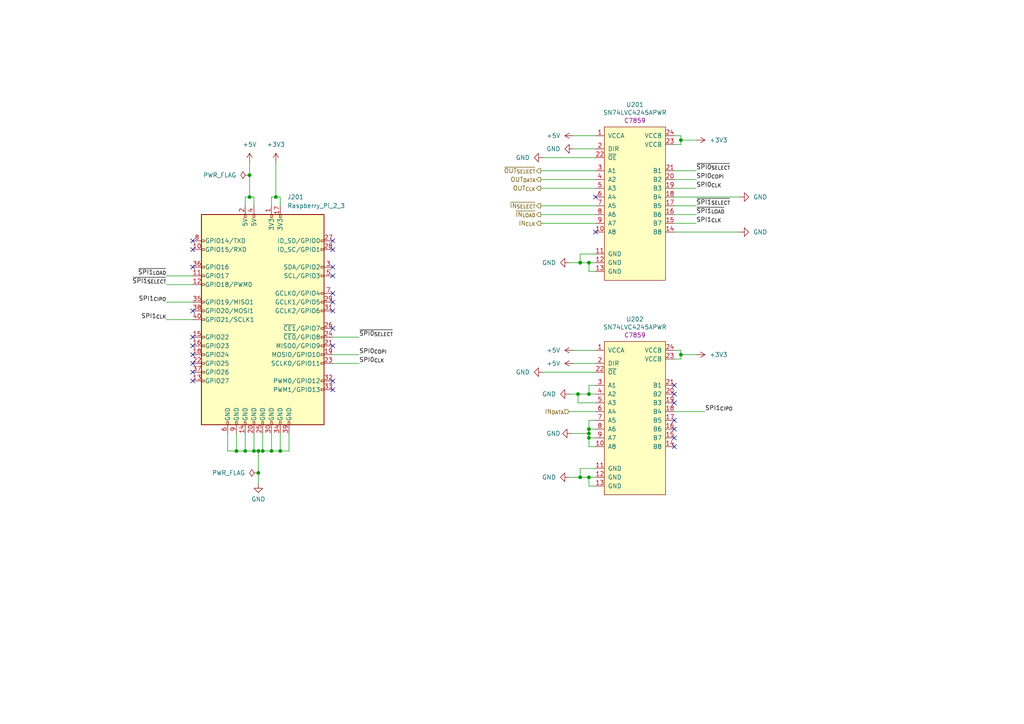
<source format=kicad_sch>
(kicad_sch (version 20211123) (generator eeschema)
  (paper "A4")
  (lib_symbols
    (symbol "Connector:Raspberry_Pi_2_3" (pin_names (offset 1.016))
      (property "Reference" "J" (at -17.78 31.75 0))
      (property "Value" "Raspberry_Pi_2_3" (at 10.16 -31.75 0))
      (symbol "Raspberry_Pi_2_3_0_1"
        (rectangle (start -17.78 30.48) (end 17.78 -30.48) (stroke (width 0.254)) (fill (type background)))
      )
      (symbol "Raspberry_Pi_2_3_1_1"
        (rectangle (start -16.891 -17.526) (end -17.78 -18.034))
        (rectangle (start -16.891 -14.986) (end -17.78 -15.494))
        (rectangle (start -16.891 -12.446) (end -17.78 -12.954))
        (rectangle (start -16.891 -9.906) (end -17.78 -10.414))
        (rectangle (start -16.891 -7.366) (end -17.78 -7.874))
        (rectangle (start -16.891 -4.826) (end -17.78 -5.334))
        (rectangle (start -16.891 0.254) (end -17.78 -0.254))
        (rectangle (start -16.891 2.794) (end -17.78 2.286))
        (rectangle (start -16.891 5.334) (end -17.78 4.826))
        (rectangle (start -16.891 10.414) (end -17.78 9.906))
        (rectangle (start -16.891 12.954) (end -17.78 12.446))
        (rectangle (start -16.891 15.494) (end -17.78 14.986))
        (rectangle (start -16.891 20.574) (end -17.78 20.066))
        (rectangle (start -16.891 23.114) (end -17.78 22.606))
        (rectangle (start -10.414 -29.591) (end -9.906 -30.48))
        (rectangle (start -7.874 -29.591) (end -7.366 -30.48))
        (rectangle (start -5.334 -29.591) (end -4.826 -30.48))
        (rectangle (start -5.334 30.48) (end -4.826 29.591))
        (rectangle (start -2.794 -29.591) (end -2.286 -30.48))
        (rectangle (start -2.794 30.48) (end -2.286 29.591))
        (rectangle (start -0.254 -29.591) (end 0.254 -30.48))
        (rectangle (start 2.286 -29.591) (end 2.794 -30.48))
        (rectangle (start 2.286 30.48) (end 2.794 29.591))
        (rectangle (start 4.826 -29.591) (end 5.334 -30.48))
        (rectangle (start 4.826 30.48) (end 5.334 29.591))
        (rectangle (start 7.366 -29.591) (end 7.874 -30.48))
        (rectangle (start 17.78 -20.066) (end 16.891 -20.574))
        (rectangle (start 17.78 -17.526) (end 16.891 -18.034))
        (rectangle (start 17.78 -12.446) (end 16.891 -12.954))
        (rectangle (start 17.78 -9.906) (end 16.891 -10.414))
        (rectangle (start 17.78 -7.366) (end 16.891 -7.874))
        (rectangle (start 17.78 -4.826) (end 16.891 -5.334))
        (rectangle (start 17.78 -2.286) (end 16.891 -2.794))
        (rectangle (start 17.78 2.794) (end 16.891 2.286))
        (rectangle (start 17.78 5.334) (end 16.891 4.826))
        (rectangle (start 17.78 7.874) (end 16.891 7.366))
        (rectangle (start 17.78 12.954) (end 16.891 12.446))
        (rectangle (start 17.78 15.494) (end 16.891 14.986))
        (rectangle (start 17.78 20.574) (end 16.891 20.066))
        (rectangle (start 17.78 23.114) (end 16.891 22.606))
        (pin power_in line (at 2.54 33.02 270) (length 2.54) (name "3V3") (number "1"))
        (pin bidirectional line (at -20.32 20.32 0) (length 2.54) (name "GPIO15/RXD") (number "10"))
        (pin bidirectional line (at -20.32 12.7 0) (length 2.54) (name "GPIO17") (number "11"))
        (pin bidirectional line (at -20.32 10.16 0) (length 2.54) (name "GPIO18/PWM0") (number "12"))
        (pin bidirectional line (at -20.32 -17.78 0) (length 2.54) (name "GPIO27") (number "13"))
        (pin power_in line (at -5.08 -33.02 90) (length 2.54) (name "GND") (number "14"))
        (pin bidirectional line (at -20.32 -5.08 0) (length 2.54) (name "GPIO22") (number "15"))
        (pin bidirectional line (at -20.32 -7.62 0) (length 2.54) (name "GPIO23") (number "16"))
        (pin power_in line (at 5.08 33.02 270) (length 2.54) (name "3V3") (number "17"))
        (pin bidirectional line (at -20.32 -10.16 0) (length 2.54) (name "GPIO24") (number "18"))
        (pin bidirectional line (at 20.32 -10.16 180) (length 2.54) (name "MOSI0/GPIO10") (number "19"))
        (pin power_in line (at -5.08 33.02 270) (length 2.54) (name "5V") (number "2"))
        (pin power_in line (at -2.54 -33.02 90) (length 2.54) (name "GND") (number "20"))
        (pin bidirectional line (at 20.32 -7.62 180) (length 2.54) (name "MISO0/GPIO9") (number "21"))
        (pin bidirectional line (at -20.32 -12.7 0) (length 2.54) (name "GPIO25") (number "22"))
        (pin bidirectional line (at 20.32 -12.7 180) (length 2.54) (name "SCLK0/GPIO11") (number "23"))
        (pin bidirectional line (at 20.32 -5.08 180) (length 2.54) (name "~{CE0}/GPIO8") (number "24"))
        (pin power_in line (at 0 -33.02 90) (length 2.54) (name "GND") (number "25"))
        (pin bidirectional line (at 20.32 -2.54 180) (length 2.54) (name "~{CE1}/GPIO7") (number "26"))
        (pin bidirectional line (at 20.32 22.86 180) (length 2.54) (name "ID_SD/GPIO0") (number "27"))
        (pin bidirectional line (at 20.32 20.32 180) (length 2.54) (name "ID_SC/GPIO1") (number "28"))
        (pin bidirectional line (at 20.32 5.08 180) (length 2.54) (name "GCLK1/GPIO5") (number "29"))
        (pin bidirectional line (at 20.32 15.24 180) (length 2.54) (name "SDA/GPIO2") (number "3"))
        (pin power_in line (at 2.54 -33.02 90) (length 2.54) (name "GND") (number "30"))
        (pin bidirectional line (at 20.32 2.54 180) (length 2.54) (name "GCLK2/GPIO6") (number "31"))
        (pin bidirectional line (at 20.32 -17.78 180) (length 2.54) (name "PWM0/GPIO12") (number "32"))
        (pin bidirectional line (at 20.32 -20.32 180) (length 2.54) (name "PWM1/GPIO13") (number "33"))
        (pin power_in line (at 5.08 -33.02 90) (length 2.54) (name "GND") (number "34"))
        (pin bidirectional line (at -20.32 5.08 0) (length 2.54) (name "GPIO19/MISO1") (number "35"))
        (pin bidirectional line (at -20.32 15.24 0) (length 2.54) (name "GPIO16") (number "36"))
        (pin bidirectional line (at -20.32 -15.24 0) (length 2.54) (name "GPIO26") (number "37"))
        (pin bidirectional line (at -20.32 2.54 0) (length 2.54) (name "GPIO20/MOSI1") (number "38"))
        (pin power_in line (at 7.62 -33.02 90) (length 2.54) (name "GND") (number "39"))
        (pin power_in line (at -2.54 33.02 270) (length 2.54) (name "5V") (number "4"))
        (pin bidirectional line (at -20.32 0 0) (length 2.54) (name "GPIO21/SCLK1") (number "40"))
        (pin bidirectional line (at 20.32 12.7 180) (length 2.54) (name "SCL/GPIO3") (number "5"))
        (pin power_in line (at -10.16 -33.02 90) (length 2.54) (name "GND") (number "6"))
        (pin bidirectional line (at 20.32 7.62 180) (length 2.54) (name "GCLK0/GPIO4") (number "7"))
        (pin bidirectional line (at -20.32 22.86 0) (length 2.54) (name "GPIO14/TXD") (number "8"))
        (pin power_in line (at -7.62 -33.02 90) (length 2.54) (name "GND") (number "9"))
      )
    )
    (symbol "LevelShifter:SN74LVC4245APWR" (pin_names (offset 1.016))
      (property "Reference" "U" (at 0 24.13 0))
      (property "Value" "SN74LVC4245APWR" (at 0 -24.13 0))
      (property "LCSC" "C7859" (at 0 5.08 0))
      (symbol "SN74LVC4245APWR_0_1"
        (rectangle (start -8.89 21.59) (end 8.89 -22.86) (fill (type background)))
      )
      (symbol "SN74LVC4245APWR_1_1"
        (pin power_in line (at -11.43 19.05 0) (length 2.54) (name "VCCA") (number "1"))
        (pin bidirectional line (at -11.43 -8.89 0) (length 2.54) (name "A8") (number "10"))
        (pin power_in line (at -11.43 -15.24 0) (length 2.54) (name "GND") (number "11"))
        (pin power_in line (at -11.43 -17.78 0) (length 2.54) (name "GND") (number "12"))
        (pin power_in line (at -11.43 -20.32 0) (length 2.54) (name "GND") (number "13"))
        (pin bidirectional line (at 11.43 -8.89 180) (length 2.54) (name "B8") (number "14"))
        (pin bidirectional line (at 11.43 -6.35 180) (length 2.54) (name "B7") (number "15"))
        (pin bidirectional line (at 11.43 -3.81 180) (length 2.54) (name "B6") (number "16"))
        (pin bidirectional line (at 11.43 -1.27 180) (length 2.54) (name "B5") (number "17"))
        (pin bidirectional line (at 11.43 1.27 180) (length 2.54) (name "B4") (number "18"))
        (pin bidirectional line (at 11.43 3.81 180) (length 2.54) (name "B3") (number "19"))
        (pin input line (at -11.43 15.24 0) (length 2.54) (name "DIR") (number "2"))
        (pin bidirectional line (at 11.43 6.35 180) (length 2.54) (name "B2") (number "20"))
        (pin bidirectional line (at 11.43 8.89 180) (length 2.54) (name "B1") (number "21"))
        (pin input line (at -11.43 12.7 0) (length 2.54) (name "~{OE}") (number "22"))
        (pin power_in line (at 11.43 16.51 180) (length 2.54) (name "VCCB") (number "23"))
        (pin power_in line (at 11.43 19.05 180) (length 2.54) (name "VCCB") (number "24"))
        (pin bidirectional line (at -11.43 8.89 0) (length 2.54) (name "A1") (number "3"))
        (pin bidirectional line (at -11.43 6.35 0) (length 2.54) (name "A2") (number "4"))
        (pin bidirectional line (at -11.43 3.81 0) (length 2.54) (name "A3") (number "5"))
        (pin bidirectional line (at -11.43 1.27 0) (length 2.54) (name "A4") (number "6"))
        (pin bidirectional line (at -11.43 -1.27 0) (length 2.54) (name "A5") (number "7"))
        (pin bidirectional line (at -11.43 -3.81 0) (length 2.54) (name "A6") (number "8"))
        (pin bidirectional line (at -11.43 -6.35 0) (length 2.54) (name "A7") (number "9"))
      )
    )
    (symbol "power:+3V3" (power) (pin_names (offset 0))
      (property "Value" "+3V3" (at 0 3.556 0))
      (symbol "+3V3_0_1"
        (polyline (pts (xy -0.762 1.27) (xy 0 2.54)))
        (polyline (pts (xy 0 0) (xy 0 2.54)))
        (polyline (pts (xy 0 2.54) (xy 0.762 1.27)))
      )
      (symbol "+3V3_1_1"
        (pin power_in line (at 0 0 90) (length 0) hide (name "+3V3") (number "1"))
      )
    )
    (symbol "power:+5V" (power) (pin_names (offset 0))
      (property "Value" "+5V" (at 0 3.556 0))
      (symbol "+5V_0_1"
        (polyline (pts (xy -0.762 1.27) (xy 0 2.54)))
        (polyline (pts (xy 0 0) (xy 0 2.54)))
        (polyline (pts (xy 0 2.54) (xy 0.762 1.27)))
      )
      (symbol "+5V_1_1"
        (pin power_in line (at 0 0 90) (length 0) hide (name "+5V") (number "1"))
      )
    )
    (symbol "power:GND" (power) (pin_names (offset 0))
      (property "Value" "GND" (at 0 -3.81 0))
      (symbol "GND_0_1"
        (polyline (pts (xy 0 0) (xy 0 -1.27) (xy 1.27 -1.27) (xy 0 -2.54) (xy -1.27 -1.27) (xy 0 -1.27)))
      )
      (symbol "GND_1_1"
        (pin power_in line (at 0 0 270) (length 0) hide (name "GND") (number "1"))
      )
    )
    (symbol "power:PWR_FLAG" (power) (pin_numbers hide) (pin_names (offset 0) hide)
      (property "Value" "PWR_FLAG" (at 0 3.81 0))
      (symbol "PWR_FLAG_0_0"
        (pin power_out line (at 0 0 90) (length 0) (name "pwr") (number "1"))
      )
      (symbol "PWR_FLAG_0_1"
        (polyline (pts (xy 0 0) (xy 0 1.27) (xy -1.016 1.905) (xy 0 2.54) (xy 1.016 1.905) (xy 0 1.27)))
      )
    )
  )
  (junction (at 73.66 130.81))
  (junction (at 72.39 50.8))
  (junction (at 170.815 138.43))
  (junction (at 170.815 76.2))
  (junction (at 197.485 40.64))
  (junction (at 72.39 57.15))
  (junction (at 170.815 124.46))
  (junction (at 78.74 130.81))
  (junction (at 170.815 127))
  (junction (at 68.58 130.81))
  (junction (at 74.93 137.16))
  (junction (at 168.275 76.2))
  (junction (at 168.275 138.43))
  (junction (at 71.12 130.81))
  (junction (at 80.01 57.15))
  (junction (at 74.93 130.81))
  (junction (at 76.2 130.81))
  (junction (at 167.64 114.3))
  (junction (at 170.815 125.73))
  (junction (at 170.815 114.3))
  (junction (at 81.28 130.81))
  (junction (at 197.485 102.87))
  (no_connect (at 96.52 77.47))
  (no_connect (at 96.52 90.17))
  (no_connect (at 55.88 110.49))
  (no_connect (at 96.52 100.33))
  (no_connect (at 96.52 87.63))
  (no_connect (at 55.88 102.87))
  (no_connect (at 172.72 57.15))
  (no_connect (at 195.58 127))
  (no_connect (at 96.52 95.25))
  (no_connect (at 96.52 110.49))
  (no_connect (at 195.58 111.76))
  (no_connect (at 195.58 124.46))
  (no_connect (at 55.88 100.33))
  (no_connect (at 96.52 113.03))
  (no_connect (at 195.58 114.3))
  (no_connect (at 55.88 97.79))
  (no_connect (at 55.88 107.95))
  (no_connect (at 195.58 129.54))
  (no_connect (at 195.58 121.92))
  (no_connect (at 96.52 80.01))
  (no_connect (at 96.52 85.09))
  (no_connect (at 55.88 77.47))
  (no_connect (at 55.88 90.17))
  (no_connect (at 55.88 69.85))
  (no_connect (at 55.88 72.39))
  (no_connect (at 195.58 116.84))
  (no_connect (at 55.88 105.41))
  (no_connect (at 172.72 67.31))
  (no_connect (at 96.52 69.85))
  (no_connect (at 96.52 72.39))
  (wire (pts (xy 197.485 40.64) (xy 197.485 41.91)))
  (wire (pts (xy 195.58 49.53) (xy 201.93 49.53)))
  (wire (pts (xy 172.72 129.54) (xy 170.815 129.54)))
  (wire (pts (xy 195.58 104.14) (xy 197.485 104.14)))
  (wire (pts (xy 197.485 101.6) (xy 197.485 102.87)))
  (wire (pts (xy 156.845 64.77) (xy 172.72 64.77)))
  (wire (pts (xy 168.275 138.43) (xy 170.815 138.43)))
  (wire (pts (xy 195.58 101.6) (xy 197.485 101.6)))
  (wire (pts (xy 156.845 62.23) (xy 172.72 62.23)))
  (wire (pts (xy 72.39 57.15) (xy 73.66 57.15)))
  (wire (pts (xy 72.39 46.99) (xy 72.39 50.8)))
  (wire (pts (xy 168.275 73.66) (xy 168.275 76.2)))
  (wire (pts (xy 170.815 140.97) (xy 170.815 138.43)))
  (wire (pts (xy 48.26 87.63) (xy 55.88 87.63)))
  (wire (pts (xy 156.845 49.53) (xy 172.72 49.53)))
  (wire (pts (xy 165.1 138.43) (xy 168.275 138.43)))
  (wire (pts (xy 172.72 116.84) (xy 167.64 116.84)))
  (wire (pts (xy 165.1 114.3) (xy 167.64 114.3)))
  (wire (pts (xy 172.72 140.97) (xy 170.815 140.97)))
  (wire (pts (xy 74.93 130.81) (xy 74.93 137.16)))
  (wire (pts (xy 170.815 114.3) (xy 172.72 114.3)))
  (wire (pts (xy 170.815 138.43) (xy 172.72 138.43)))
  (wire (pts (xy 76.2 125.73) (xy 76.2 130.81)))
  (wire (pts (xy 72.39 50.8) (xy 72.39 57.15)))
  (wire (pts (xy 157.48 45.72) (xy 172.72 45.72)))
  (wire (pts (xy 166.37 43.18) (xy 172.72 43.18)))
  (wire (pts (xy 170.815 129.54) (xy 170.815 127)))
  (wire (pts (xy 71.12 59.69) (xy 71.12 57.15)))
  (wire (pts (xy 195.58 39.37) (xy 197.485 39.37)))
  (wire (pts (xy 78.74 57.15) (xy 80.01 57.15)))
  (wire (pts (xy 71.12 130.81) (xy 73.66 130.81)))
  (wire (pts (xy 170.815 127) (xy 172.72 127)))
  (wire (pts (xy 195.58 119.38) (xy 204.47 119.38)))
  (wire (pts (xy 156.845 54.61) (xy 172.72 54.61)))
  (wire (pts (xy 78.74 130.81) (xy 81.28 130.81)))
  (wire (pts (xy 197.485 40.64) (xy 201.93 40.64)))
  (wire (pts (xy 83.82 125.73) (xy 83.82 130.81)))
  (wire (pts (xy 195.58 52.07) (xy 201.93 52.07)))
  (wire (pts (xy 81.28 57.15) (xy 81.28 59.69)))
  (wire (pts (xy 170.815 124.46) (xy 170.815 125.73)))
  (wire (pts (xy 96.52 102.87) (xy 104.14 102.87)))
  (wire (pts (xy 170.815 125.73) (xy 170.815 127)))
  (wire (pts (xy 195.58 57.15) (xy 214.63 57.15)))
  (wire (pts (xy 96.52 105.41) (xy 104.14 105.41)))
  (wire (pts (xy 81.28 125.73) (xy 81.28 130.81)))
  (wire (pts (xy 156.845 59.69) (xy 172.72 59.69)))
  (wire (pts (xy 195.58 62.23) (xy 201.93 62.23)))
  (wire (pts (xy 172.72 135.89) (xy 168.275 135.89)))
  (wire (pts (xy 166.37 39.37) (xy 172.72 39.37)))
  (wire (pts (xy 71.12 125.73) (xy 71.12 130.81)))
  (wire (pts (xy 48.26 80.01) (xy 55.88 80.01)))
  (wire (pts (xy 73.66 125.73) (xy 73.66 130.81)))
  (wire (pts (xy 170.815 76.2) (xy 172.72 76.2)))
  (wire (pts (xy 168.275 76.2) (xy 170.815 76.2)))
  (wire (pts (xy 80.01 46.99) (xy 80.01 57.15)))
  (wire (pts (xy 68.58 125.73) (xy 68.58 130.81)))
  (wire (pts (xy 74.93 130.81) (xy 76.2 130.81)))
  (wire (pts (xy 166.37 105.41) (xy 172.72 105.41)))
  (wire (pts (xy 165.735 125.73) (xy 170.815 125.73)))
  (wire (pts (xy 195.58 59.69) (xy 201.93 59.69)))
  (wire (pts (xy 197.485 39.37) (xy 197.485 40.64)))
  (wire (pts (xy 170.815 121.92) (xy 172.72 121.92)))
  (wire (pts (xy 157.48 107.95) (xy 172.72 107.95)))
  (wire (pts (xy 195.58 41.91) (xy 197.485 41.91)))
  (wire (pts (xy 170.815 78.74) (xy 170.815 76.2)))
  (wire (pts (xy 195.58 64.77) (xy 201.93 64.77)))
  (wire (pts (xy 195.58 54.61) (xy 201.93 54.61)))
  (wire (pts (xy 170.815 111.76) (xy 170.815 114.3)))
  (wire (pts (xy 167.64 114.3) (xy 170.815 114.3)))
  (wire (pts (xy 78.74 125.73) (xy 78.74 130.81)))
  (wire (pts (xy 48.26 82.55) (xy 55.88 82.55)))
  (wire (pts (xy 68.58 130.81) (xy 71.12 130.81)))
  (wire (pts (xy 81.28 130.81) (xy 83.82 130.81)))
  (wire (pts (xy 66.04 125.73) (xy 66.04 130.81)))
  (wire (pts (xy 80.01 57.15) (xy 81.28 57.15)))
  (wire (pts (xy 165.1 119.38) (xy 172.72 119.38)))
  (wire (pts (xy 156.845 52.07) (xy 172.72 52.07)))
  (wire (pts (xy 71.12 57.15) (xy 72.39 57.15)))
  (wire (pts (xy 78.74 59.69) (xy 78.74 57.15)))
  (wire (pts (xy 76.2 130.81) (xy 78.74 130.81)))
  (wire (pts (xy 96.52 97.79) (xy 104.14 97.79)))
  (wire (pts (xy 73.66 57.15) (xy 73.66 59.69)))
  (wire (pts (xy 66.04 130.81) (xy 68.58 130.81)))
  (wire (pts (xy 166.37 101.6) (xy 172.72 101.6)))
  (wire (pts (xy 195.58 67.31) (xy 214.63 67.31)))
  (wire (pts (xy 168.275 135.89) (xy 168.275 138.43)))
  (wire (pts (xy 165.1 76.2) (xy 168.275 76.2)))
  (wire (pts (xy 167.64 116.84) (xy 167.64 114.3)))
  (wire (pts (xy 172.72 111.76) (xy 170.815 111.76)))
  (wire (pts (xy 73.66 130.81) (xy 74.93 130.81)))
  (wire (pts (xy 172.72 124.46) (xy 170.815 124.46)))
  (wire (pts (xy 172.72 73.66) (xy 168.275 73.66)))
  (wire (pts (xy 197.485 102.87) (xy 201.93 102.87)))
  (wire (pts (xy 170.815 124.46) (xy 170.815 121.92)))
  (wire (pts (xy 74.93 137.16) (xy 74.93 140.335)))
  (wire (pts (xy 172.72 78.74) (xy 170.815 78.74)))
  (wire (pts (xy 48.26 92.71) (xy 55.88 92.71)))
  (wire (pts (xy 197.485 102.87) (xy 197.485 104.14)))
  (label "~{SPI1_{SELECT}}" (at 201.93 59.69 0))
  (label "~{SPI1_{LOAD}}" (at 201.93 62.23 0))
  (label "~{SPI0_{SELECT}}" (at 104.14 97.79 0))
  (label "SPI0_{COPI}" (at 201.93 52.07 0))
  (label "SPI0_{COPI}" (at 104.14 102.87 0))
  (label "~{SPI1_{LOAD}}" (at 48.26 80.01 180))
  (label "SPI1_{CLK}" (at 48.26 92.71 180))
  (label "SPI1_{CIPO}" (at 204.47 119.38 0))
  (label "SPI1_{CLK}" (at 201.93 64.77 0))
  (label "SPI0_{CLK}" (at 201.93 54.61 0))
  (label "SPI0_{CLK}" (at 104.14 105.41 0))
  (label "~{SPI0_{SELECT}}" (at 201.93 49.53 0))
  (label "SPI1_{CIPO}" (at 48.26 87.63 180))
  (label "~{SPI1_{SELECT}}" (at 48.26 82.55 180))
  (hierarchical_label "IN_{DATA}" (shape input) (at 165.1 119.38 180))
  (hierarchical_label "~{IN_{SELECT}}" (shape output) (at 156.845 59.69 180))
  (hierarchical_label "~{OUT_{SELECT}}" (shape output) (at 156.845 49.53 180))
  (hierarchical_label "IN_{CLK}" (shape output) (at 156.845 64.77 180))
  (hierarchical_label "OUT_{DATA}" (shape output) (at 156.845 52.07 180))
  (hierarchical_label "~{IN_{LOAD}}" (shape output) (at 156.845 62.23 180))
  (hierarchical_label "OUT_{CLK}" (shape output) (at 156.845 54.61 180))
  (symbol (lib_id "LevelShifter:SN74LVC4245APWR") (at 184.15 58.42 0) (unit 1)
    (property "Reference" "U201" (at 184.15 30.353 0))
    (property "Value" "SN74LVC4245APWR" (at 184.15 32.6644 0))
    (property "Footprint" "Package_SO:TSSOP-24_4.4x7.8mm_P0.65mm" (effects hide))
    (property "Datasheet" "https://datasheet.lcsc.com/lcsc/1809192324_Texas-Instruments-SN74LVC4245APWR_C7859.pdf" (effects hide))
    (property "LCSC" "C7859" (at 184.15 34.9758 0))
  )
  (symbol (lib_id "power:PWR_FLAG") (at 72.39 50.8 90) (unit 1)
    (property "Reference" "#FLG0201" (effects hide))
    (property "Value" "PWR_FLAG" (at 68.58 50.7999 90) (effects (justify left)))
  )
  (symbol (lib_id "Connector:Raspberry_Pi_2_3") (at 76.2 92.71 0) (unit 1)
    (property "Reference" "J201" (at 83.2994 57.15 0) (effects (justify left)))
    (property "Value" "Raspberry_Pi_2_3" (at 83.2994 59.69 0) (effects (justify left)))
    (property "Footprint" "Connector_PinHeader_2.54mm:PinHeader_2x20_P2.54mm_Vertical" (effects hide))
    (property "Datasheet" "https://www.raspberrypi.org/documentation/hardware/raspberrypi/schematics/rpi_SCH_3bplus_1p0_reduced.pdf" (effects hide))
  )
  (symbol (lib_id "power:GND") (at 165.735 125.73 270) (unit 1)
    (property "Reference" "#PWR0209" (effects hide))
    (property "Value" "GND" (at 162.56 125.7299 90) (effects (justify right)))
  )
  (symbol (lib_id "power:+5V") (at 166.37 101.6 90) (unit 1)
    (property "Reference" "#PWR0212" (effects hide))
    (property "Value" "+5V" (at 162.56 101.5999 90) (effects (justify left)))
  )
  (symbol (lib_id "power:+5V") (at 166.37 39.37 90) (unit 1)
    (property "Reference" "#PWR0210" (effects hide))
    (property "Value" "+5V" (at 162.56 39.3699 90) (effects (justify left)))
  )
  (symbol (lib_id "power:GND") (at 157.48 107.95 270) (unit 1)
    (property "Reference" "#PWR0205" (effects hide))
    (property "Value" "GND" (at 153.67 107.9499 90) (effects (justify right)))
  )
  (symbol (lib_id "power:GND") (at 214.63 57.15 90) (unit 1)
    (property "Reference" "#PWR0216" (effects hide))
    (property "Value" "GND" (at 218.44 57.1499 90) (effects (justify right)))
  )
  (symbol (lib_id "power:GND") (at 74.93 140.335 0) (unit 1)
    (property "Reference" "#PWR0202" (effects hide))
    (property "Value" "GND" (at 74.93 144.78 0))
  )
  (symbol (lib_id "power:+3V3") (at 201.93 102.87 270) (unit 1)
    (property "Reference" "#PWR0215" (effects hide))
    (property "Value" "+3V3" (at 205.74 102.8699 90) (effects (justify left)))
  )
  (symbol (lib_id "LevelShifter:SN74LVC4245APWR") (at 184.15 120.65 0) (unit 1)
    (property "Reference" "U202" (at 184.15 92.583 0))
    (property "Value" "SN74LVC4245APWR" (at 184.15 94.8944 0))
    (property "Footprint" "Package_SO:TSSOP-24_4.4x7.8mm_P0.65mm" (effects hide))
    (property "Datasheet" "https://datasheet.lcsc.com/lcsc/1809192324_Texas-Instruments-SN74LVC4245APWR_C7859.pdf" (effects hide))
    (property "LCSC" "C7859" (at 184.15 97.2058 0))
  )
  (symbol (lib_id "power:GND") (at 165.1 114.3 270) (unit 1)
    (property "Reference" "#PWR0207" (effects hide))
    (property "Value" "GND" (at 161.29 114.2999 90) (effects (justify right)))
  )
  (symbol (lib_id "power:GND") (at 165.1 76.2 270) (unit 1)
    (property "Reference" "#PWR0206" (effects hide))
    (property "Value" "GND" (at 161.29 76.1999 90) (effects (justify right)))
  )
  (symbol (lib_id "power:+3V3") (at 80.01 46.99 0) (unit 1)
    (property "Reference" "#PWR0203" (effects hide))
    (property "Value" "+3V3" (at 80.01 41.91 0))
  )
  (symbol (lib_id "power:+3V3") (at 201.93 40.64 270) (unit 1)
    (property "Reference" "#PWR0214" (effects hide))
    (property "Value" "+3V3" (at 205.74 40.6399 90) (effects (justify left)))
  )
  (symbol (lib_id "power:PWR_FLAG") (at 74.93 137.16 90) (unit 1)
    (property "Reference" "#FLG0202" (effects hide))
    (property "Value" "PWR_FLAG" (at 71.12 137.1599 90) (effects (justify left)))
  )
  (symbol (lib_id "power:GND") (at 166.37 43.18 270) (unit 1)
    (property "Reference" "#PWR0211" (effects hide))
    (property "Value" "GND" (at 162.56 43.1799 90) (effects (justify right)))
  )
  (symbol (lib_id "power:GND") (at 165.1 138.43 270) (unit 1)
    (property "Reference" "#PWR0208" (effects hide))
    (property "Value" "GND" (at 161.29 138.4299 90) (effects (justify right)))
  )
  (symbol (lib_id "power:+5V") (at 72.39 46.99 0) (unit 1)
    (property "Reference" "#PWR0201" (effects hide))
    (property "Value" "+5V" (at 72.39 41.91 0))
  )
  (symbol (lib_id "power:+5V") (at 166.37 105.41 90) (unit 1)
    (property "Reference" "#PWR0213" (effects hide))
    (property "Value" "+5V" (at 162.56 105.4099 90) (effects (justify left)))
  )
  (symbol (lib_id "power:GND") (at 214.63 67.31 90) (unit 1)
    (property "Reference" "#PWR0217" (effects hide))
    (property "Value" "GND" (at 218.44 67.3099 90) (effects (justify right)))
  )
  (symbol (lib_id "power:GND") (at 157.48 45.72 270) (unit 1)
    (property "Reference" "#PWR0204" (effects hide))
    (property "Value" "GND" (at 153.67 45.7199 90) (effects (justify right)))
  )
)
</source>
